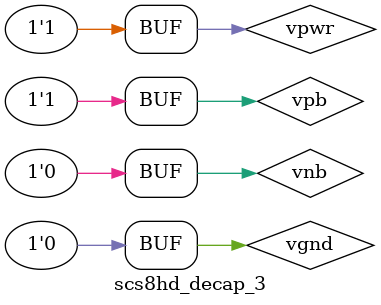
<source format=v>


`celldefine
`timescale 1ns / 1ps



module scs8hd_decap_3  (

`ifdef SC_USE_PG_PIN
input vpwr,
input vgnd,
input vpb,
input vnb
`endif

);

`ifdef functional
`else
`ifdef SC_USE_PG_PIN
`else
supply1 vpwr;
supply0 vgnd;
supply1 vpb;
supply0 vnb;
`endif
`endif


endmodule
`endcelldefine

</source>
